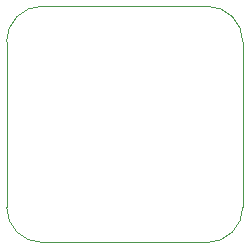
<source format=gbr>
%TF.GenerationSoftware,KiCad,Pcbnew,6.0.10+dfsg-1~bpo11+1*%
%TF.CreationDate,2023-02-10T23:49:39+00:00*%
%TF.ProjectId,kicad-automation-test,6b696361-642d-4617-9574-6f6d6174696f,rev?*%
%TF.SameCoordinates,Original*%
%TF.FileFunction,Profile,NP*%
%FSLAX46Y46*%
G04 Gerber Fmt 4.6, Leading zero omitted, Abs format (unit mm)*
G04 Created by KiCad (PCBNEW 6.0.10+dfsg-1~bpo11+1) date 2023-02-10 23:49:39*
%MOMM*%
%LPD*%
G01*
G04 APERTURE LIST*
%TA.AperFunction,Profile*%
%ADD10C,0.100000*%
%TD*%
G04 APERTURE END LIST*
D10*
X131000000Y-97000000D02*
X131000000Y-83000000D01*
X151000000Y-83000000D02*
X151000000Y-97000000D01*
X134000000Y-80000000D02*
X148000000Y-80000000D01*
X134000000Y-80000000D02*
G75*
G03*
X131000000Y-83000000I0J-3000000D01*
G01*
X131000000Y-97000000D02*
G75*
G03*
X134000000Y-100000000I3000000J0D01*
G01*
X151000000Y-83000000D02*
G75*
G03*
X148000000Y-80000000I-3000000J0D01*
G01*
X148000000Y-100000000D02*
G75*
G03*
X151000000Y-97000000I0J3000000D01*
G01*
X148000000Y-100000000D02*
X134000000Y-100000000D01*
M02*

</source>
